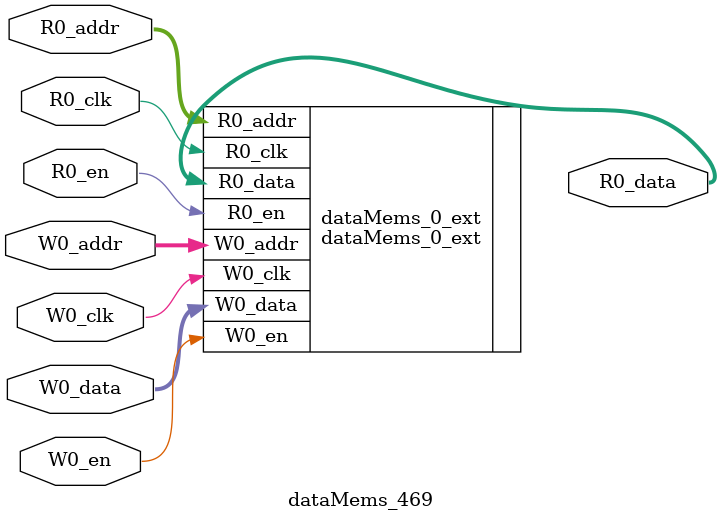
<source format=sv>
`ifndef RANDOMIZE
  `ifdef RANDOMIZE_REG_INIT
    `define RANDOMIZE
  `endif // RANDOMIZE_REG_INIT
`endif // not def RANDOMIZE
`ifndef RANDOMIZE
  `ifdef RANDOMIZE_MEM_INIT
    `define RANDOMIZE
  `endif // RANDOMIZE_MEM_INIT
`endif // not def RANDOMIZE

`ifndef RANDOM
  `define RANDOM $random
`endif // not def RANDOM

// Users can define 'PRINTF_COND' to add an extra gate to prints.
`ifndef PRINTF_COND_
  `ifdef PRINTF_COND
    `define PRINTF_COND_ (`PRINTF_COND)
  `else  // PRINTF_COND
    `define PRINTF_COND_ 1
  `endif // PRINTF_COND
`endif // not def PRINTF_COND_

// Users can define 'ASSERT_VERBOSE_COND' to add an extra gate to assert error printing.
`ifndef ASSERT_VERBOSE_COND_
  `ifdef ASSERT_VERBOSE_COND
    `define ASSERT_VERBOSE_COND_ (`ASSERT_VERBOSE_COND)
  `else  // ASSERT_VERBOSE_COND
    `define ASSERT_VERBOSE_COND_ 1
  `endif // ASSERT_VERBOSE_COND
`endif // not def ASSERT_VERBOSE_COND_

// Users can define 'STOP_COND' to add an extra gate to stop conditions.
`ifndef STOP_COND_
  `ifdef STOP_COND
    `define STOP_COND_ (`STOP_COND)
  `else  // STOP_COND
    `define STOP_COND_ 1
  `endif // STOP_COND
`endif // not def STOP_COND_

// Users can define INIT_RANDOM as general code that gets injected into the
// initializer block for modules with registers.
`ifndef INIT_RANDOM
  `define INIT_RANDOM
`endif // not def INIT_RANDOM

// If using random initialization, you can also define RANDOMIZE_DELAY to
// customize the delay used, otherwise 0.002 is used.
`ifndef RANDOMIZE_DELAY
  `define RANDOMIZE_DELAY 0.002
`endif // not def RANDOMIZE_DELAY

// Define INIT_RANDOM_PROLOG_ for use in our modules below.
`ifndef INIT_RANDOM_PROLOG_
  `ifdef RANDOMIZE
    `ifdef VERILATOR
      `define INIT_RANDOM_PROLOG_ `INIT_RANDOM
    `else  // VERILATOR
      `define INIT_RANDOM_PROLOG_ `INIT_RANDOM #`RANDOMIZE_DELAY begin end
    `endif // VERILATOR
  `else  // RANDOMIZE
    `define INIT_RANDOM_PROLOG_
  `endif // RANDOMIZE
`endif // not def INIT_RANDOM_PROLOG_

// Include register initializers in init blocks unless synthesis is set
`ifndef SYNTHESIS
  `ifndef ENABLE_INITIAL_REG_
    `define ENABLE_INITIAL_REG_
  `endif // not def ENABLE_INITIAL_REG_
`endif // not def SYNTHESIS

// Include rmemory initializers in init blocks unless synthesis is set
`ifndef SYNTHESIS
  `ifndef ENABLE_INITIAL_MEM_
    `define ENABLE_INITIAL_MEM_
  `endif // not def ENABLE_INITIAL_MEM_
`endif // not def SYNTHESIS

module dataMems_469(	// @[generators/ara/src/main/scala/UnsafeAXI4ToTL.scala:365:62]
  input  [4:0]  R0_addr,
  input         R0_en,
  input         R0_clk,
  output [66:0] R0_data,
  input  [4:0]  W0_addr,
  input         W0_en,
  input         W0_clk,
  input  [66:0] W0_data
);

  dataMems_0_ext dataMems_0_ext (	// @[generators/ara/src/main/scala/UnsafeAXI4ToTL.scala:365:62]
    .R0_addr (R0_addr),
    .R0_en   (R0_en),
    .R0_clk  (R0_clk),
    .R0_data (R0_data),
    .W0_addr (W0_addr),
    .W0_en   (W0_en),
    .W0_clk  (W0_clk),
    .W0_data (W0_data)
  );
endmodule


</source>
